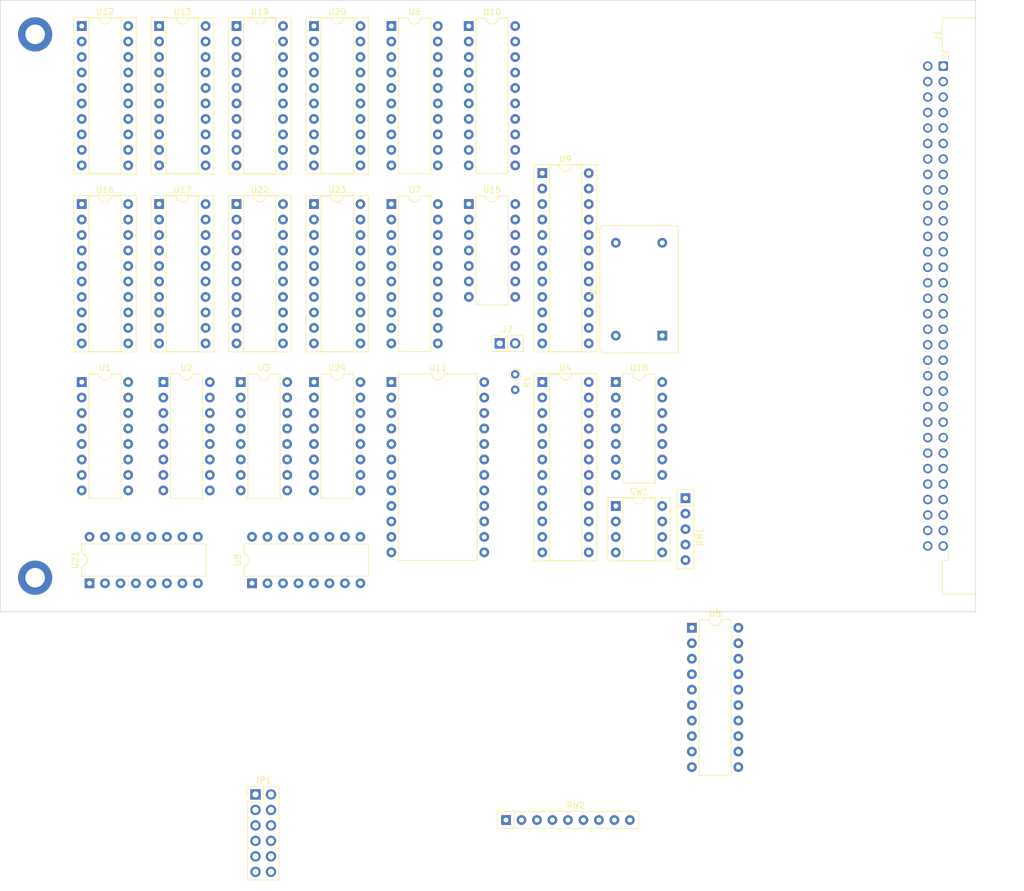
<source format=kicad_pcb>
(kicad_pcb (version 20221018) (generator pcbnew)
  (layers (0 "F.Cu" signal) (31 "B.Cu" signal) (34 "B.Paste" user) (35 "F.Paste" user) (36 "B.SilkS" user "B.Silkscreen") (37 "F.SilkS" user "F.Silkscreen") (38 "B.Mask" user) (39 "F.Mask" user) (44 "Edge.Cuts" user))
  (net 0 "")
  (net 2 "GND")
  (net 31 "+5V")
  (net 60 "/REGBNK2")
  (net 61 "/REGBNK1")
  (net 62 "/REGBNK0")
  (net 63 "/MBA12")
  (net 64 "/MBA13")
  (net 65 "/MBA14")
  (net 66 "/MBA15")
  (net 67 "/MBA16")
  (net 68 "/MBA17")
  (net 69 "/MBA18")
  (net 70 "/MBPROT")
  (net 71 "/~{WRMAP}")
  (net 72 "/~{CARDSEL}")
  (net 73 "/~{CSMAP}")
  (net 74 "/REGMAP0")
  (net 75 "/REGMAP1")
  (net 76 "/REGMAP2")
  (net 77 "/REGMAP3")
  (net 78 "/MPROTEN")
  (net 79 "/JENA19")
  (net 80 "/~{MMUX}")
  (net 81 "/CA9")
  (net 82 "/MMA0")
  (net 83 "/MMA1")
  (net 85 "/MMA2")
  (net 86 "/MMA3")
  (net 87 "/MUXEN")
  (net 89 "/MMA4")
  (net 90 "/MMA5")
  (net 92 "/MMA6")
  (net 93 "/MMA7")
  (net 95 "/CA8")
  (net 96 "/MMA8")
  (net 108 "/REGBNK3")
  (net 109 "/MDA0")
  (net 110 "/MDA1")
  (net 111 "/~{DBANK1_WR}")
  (net 112 "/~{MRAS}")
  (net 113 "/~{DBANK1_RD}")
  (net 114 "/~{MCAS}")
  (net 115 "/MDA2")
  (net 116 "/MDA3")
  (net 117 "/~{DBANK2_WR}")
  (net 118 "/~{DBANK2_RD}")
  (net 119 "/MDA4")
  (net 120 "/MDA5")
  (net 121 "/MDA6")
  (net 122 "/MDA7")
  (net 123 "/~{DBANK3_WR}")
  (net 124 "/~{DBANK3_RD}")
  (net 125 "/~{DBANK4_WR}")
  (net 126 "/~{DBANK4_RD}")
  (net 128 "/~{NMI}")
  (net 129 "/MBA19")
  (net 130 "Net-(JP1-Pin_2)")
  (net 131 "Net-(JP1-Pin_4)")
  (net 132 "Net-(JP1-Pin_6)")
  (net 133 "Net-(JP1-Pin_8)")
  (net 134 "Net-(JP1-Pin_10)")
  (net 135 "Net-(JP1-Pin_12)")
  (net 136 "/#CA0")
  (net 137 "/#CA1")
  (net 138 "/#CA10")
  (net 139 "/#CA11")
  (net 140 "/#CA2")
  (net 141 "/#CA3")
  (net 142 "/#CA4")
  (net 143 "/#CA5")
  (net 144 "/#CA6")
  (net 145 "/#CA7")
  (net 146 "/#CD0")
  (net 147 "/~{#WR}")
  (net 148 "/~{#IOREQ}")
  (net 149 "/#CD1")
  (net 150 "/#CD2")
  (net 151 "/#CD3")
  (net 152 "/#CD4")
  (net 153 "/#CD5")
  (net 154 "/#CD6")
  (net 155 "/#CD7")
  (net 156 "/#CA12")
  (net 157 "/#CA13")
  (net 158 "/#CA14")
  (net 159 "/#CA15")
  (net 160 "/~{#DRAMREQ}")
  (net 161 "Net-(RN1-R1)")
  (net 162 "Net-(RN1-R2)")
  (net 163 "Net-(RN1-R3)")
  (net 164 "Net-(RN1-R4)")
  (net 165 "Net-(RN2-R7)")
  (net 166 "Net-(RN2-R8)")
  (net 167 "Net-(U11-A0)")
  (net 168 "Net-(U11-A1)")
  (net 169 "Net-(U11-A2)")
  (net 170 "Net-(U11-A3)")
  (net 171 "/WRPROT")
  (net 180 "/~{RDPROT}")
  (net 181 "/~{NMIGAT}")
  (net 190 "Net-(U9-I1{slash}CLK)")
  (net 191 "/REGBNK4")
  (net 192 "/REGBNK5")
  (net 193 "/REGBNK6")
  (net 194 "/~{ENRAMDEC}")
  (net 197 "/WRREG")
  (net 200 "/~{#MREQ}")
  (net 201 "/~{#RD}")
  (net 207 "/~{#RESET}")
  (footprint "Oscillator:Oscillator_DIP-14" (layer "F.Cu") (at 182.88 72.39 90)
    (fp_text reference "X1")
    (fp_text value "40MHz")
  )
  (footprint "Package_DIP:DIP-24_W15.24mm" (layer "F.Cu") (at 138.43 80.01)
    (fp_text reference "U11")
    (fp_text value "~")
  )
  (footprint "Package_DIP:DIP-16_W7.62mm" (layer "F.Cu") (at 88.9 113.02 90)
    (fp_text reference "U21")
    (fp_text value "74LS138")
  )
  (footprint "Package_DIP:DIP-20_W7.62mm_Socket" (layer "F.Cu") (at 100.33 50.8)
    (fp_text reference "U17")
    (fp_text value "~")
  )
  (footprint "Package_DIP:DIP-20_W7.62mm_Socket" (layer "F.Cu") (at 87.63 50.8)
    (fp_text reference "U16")
    (fp_text value "~")
  )
  (footprint "Package_DIP:DIP-8_W7.62mm_Socket" (layer "F.Cu") (at 175.26 100.34)
    (fp_text reference "SW1")
    (fp_text value "SW_DIP_x04")
  )
  (footprint "Package_DIP:DIP-24_W7.62mm_Socket" (layer "F.Cu") (at 163.195 80.01)
    (fp_text reference "U4")
    (fp_text value "~")
  )
  (footprint "Package_DIP:DIP-20_W7.62mm_Socket" (layer "F.Cu") (at 113.03 21.59)
    (fp_text reference "U19")
    (fp_text value "~")
  )
  (footprint "Connector_PinHeader_2.54mm:PinHeader_2x01_P2.54mm_Vertical" (layer "F.Cu") (at 156.21 73.66)
    (fp_text reference "J2")
    (fp_text value "ENA19")
  )
  (footprint "Package_DIP:DIP-24_W7.62mm_Socket" (layer "F.Cu") (at 163.195 45.72)
    (fp_text reference "U9")
    (fp_text value "~")
  )
  (footprint "Package_DIP:DIP-16_W7.62mm" (layer "F.Cu") (at 125.73 80.01)
    (fp_text reference "U24")
    (fp_text value "74LS175")
  )
  (footprint "Package_DIP:DIP-20_W7.62mm_Socket" (layer "F.Cu") (at 100.33 21.59)
    (fp_text reference "U13")
    (fp_text value "~")
  )
  (footprint "Resistor_THT:R_Array_SIP5" (layer "F.Cu") (at 186.69 99.06 -90)
    (fp_text reference "RN1")
    (fp_text value "4k7")
  )
  (footprint "Package_DIP:DIP-20_W7.62mm" (layer "F.Cu") (at 138.43 50.8)
    (fp_text reference "U7")
    (fp_text value "74LS374")
  )
  (footprint "Package_DIP:DIP-20_W7.62mm" (layer "F.Cu") (at 187.74 120.32)
    (fp_text reference "U5")
    (fp_text value "74LS688")
  )
  (footprint "Connector_PinHeader_2.54mm:PinHeader_2x06_P2.54mm_Vertical" (layer "F.Cu") (at 116.14 147.67)
    (fp_text reference "JP1")
    (fp_text value "Conn_02x06_Odd_Even")
  )
  (footprint "Package_DIP:DIP-16_W7.62mm" (layer "F.Cu") (at 115.57 113.02 90)
    (fp_text reference "U8")
    (fp_text value "74LS157")
  )
  (footprint "Package_DIP:DIP-16_W7.62mm" (layer "F.Cu") (at 101.02 80.01)
    (fp_text reference "U2")
    (fp_text value "74LS157")
  )
  (footprint "Package_DIP:DIP-16_W7.62mm" (layer "F.Cu") (at 87.63 80.01)
    (fp_text reference "U1")
    (fp_text value "74LS157")
  )
  (footprint "Package_DIP:DIP-14_W7.62mm" (layer "F.Cu") (at 175.26 80.01)
    (fp_text reference "U18")
    (fp_text value "74LS125")
  )
  (footprint "Package_DIP:DIP-20_W7.62mm_Socket" (layer "F.Cu") (at 87.63 21.59)
    (fp_text reference "U12")
    (fp_text value "~")
  )
  (footprint "Package_DIP:DIP-16_W7.62mm" (layer "F.Cu") (at 113.72 80.01)
    (fp_text reference "U3")
    (fp_text value "74LS157")
  )
  (footprint "Package_DIP:DIP-14_W7.62mm" (layer "F.Cu") (at 151.14 50.795)
    (fp_text reference "U15")
    (fp_text value "74LS74")
  )
  (footprint "Package_DIP:DIP-20_W7.62mm" (layer "F.Cu") (at 151.13 21.595)
    (fp_text reference "U10")
    (fp_text value "74LS245")
  )
  (footprint "Dennis:Z8C Card" (layer "F.Cu") (at 230.475 67.53)
    (fp_text reference "J1")
    (fp_text value "Z8C_Ca#RD")
    (fp_line (start -156.21 -50.165) (end -156.21 50.165) (stroke (width 0.1)) (layer "Edge.Cuts"))
    (fp_line (start -156.21 50.165) (end 3.81 50.165) (stroke (width 0.1)) (layer "Edge.Cuts"))
    (fp_line (start 3.81 -50.165) (end -156.21 -50.165) (stroke (width 0.1)) (layer "Edge.Cuts"))
    (fp_line (start 3.81 50.165) (end 3.81 -50.165) (stroke (width 0.1)) (layer "Edge.Cuts"))
  )
  (footprint "Resistor_THT:R_Axial_DIN0204_L3.6mm_D1.6mm_P2.54mm_Vertical" (layer "F.Cu") (at 158.75 78.74 -90)
    (fp_text reference "R1")
    (fp_text value "4.7k")
  )
  (footprint "Package_DIP:DIP-20_W7.62mm_Socket" (layer "F.Cu") (at 125.73 21.59)
    (fp_text reference "U20")
    (fp_text value "~")
  )
  (footprint "Package_DIP:DIP-20_W7.62mm_Socket" (layer "F.Cu") (at 125.73 50.8)
    (fp_text reference "U23")
    (fp_text value "~")
  )
  (footprint "Package_DIP:DIP-20_W7.62mm_Socket" (layer "F.Cu") (at 113.03 50.8)
    (fp_text reference "U22")
    (fp_text value "~")
  )
  (footprint "Resistor_THT:R_Array_SIP9" (layer "F.Cu") (at 157.24 151.87)
    (fp_text reference "RN2")
    (fp_text value "R_Network08")
  )
  (footprint "Package_DIP:DIP-20_W7.62mm" (layer "F.Cu") (at 138.43 21.59)
    (fp_text reference "U6")
    (fp_text value "74LS245")
  )
)
</source>
